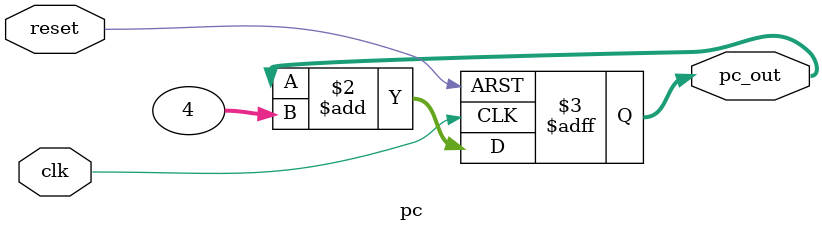
<source format=v>

module pc (
    input clk,
    input reset,
    output reg [31:0] pc_out
);

    always @(posedge clk or posedge reset) begin
        if (reset)
            pc_out <= 0;
        else
            pc_out <= pc_out + 4;
    end

endmodule

</source>
